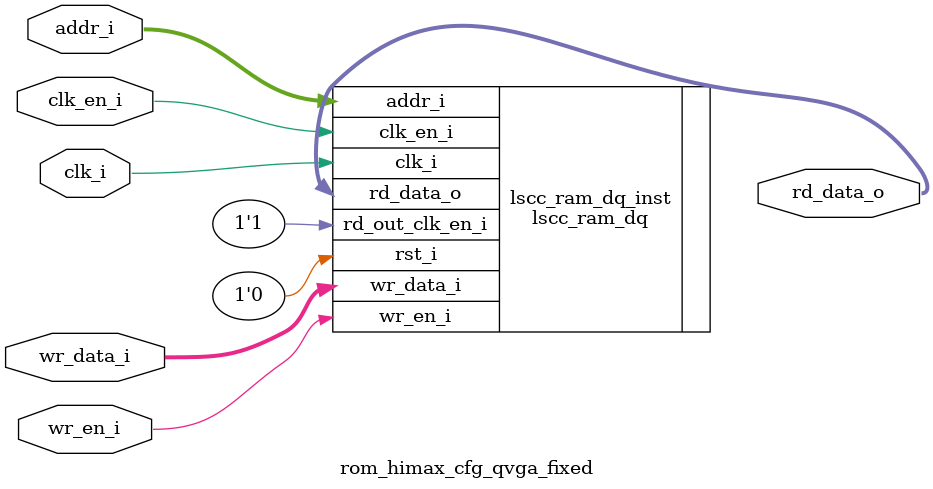
<source format=v>
/*******************************************************************************
    Verilog netlist generated by IPGEN Radiant
    Soft IP Version: 1.0.0
    Mon Jun 04 18:30:32 2018
*******************************************************************************/
/*******************************************************************************
    Include IP core template files.
*******************************************************************************/
`include "core/lscc_ram_dq.v"
/*******************************************************************************
    Wrapper Module generated per user settings.
*******************************************************************************/
module rom_himax_cfg_qvga_fixed (clk_i, clk_en_i, wr_en_i, wr_data_i, addr_i,
    rd_data_o);
    input  clk_i;
    input  clk_en_i;
    input  wr_en_i;
    input  [15:0]  wr_data_i;
    input  [7:0]  addr_i;
    output  [15:0]  rd_data_o;
    lscc_ram_dq #(.ADDR_DEPTH(256),
        .DATA_WIDTH(16),
        .ADDR_WIDTH(8),
        .REGMODE("noreg"),
        .RESETMODE("sync"),
        .INIT_MODE("mem_file"),
        .INIT_FILE("misc/ram256x16_himax_fixed_rom_himax_cfg_qvga_fixed_copy.mem"),
        .INIT_FILE_FORMAT("hex"))
    lscc_ram_dq_inst(.clk_i(clk_i),
        .rst_i(1'b0),
        .clk_en_i(clk_en_i),
        .rd_out_clk_en_i(1'b1),
        .wr_en_i(wr_en_i),
        .wr_data_i(wr_data_i),
        .addr_i(addr_i),
        .rd_data_o(rd_data_o));
endmodule
</source>
